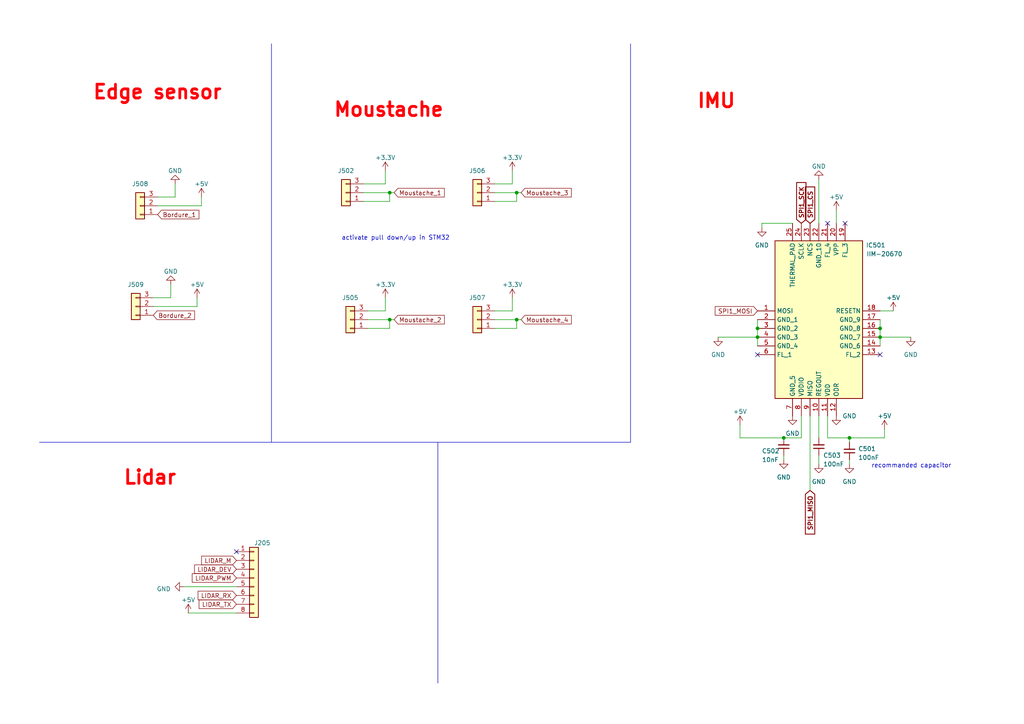
<source format=kicad_sch>
(kicad_sch (version 20230121) (generator eeschema)

  (uuid df230a0d-025f-4e16-9810-5b7b96a6c73a)

  (paper "A4")

  (title_block
    (title "Carte éléctronique Ludzinator")
    (date "2023-09-19")
    (rev "GILLES Baptiste")
  )

  (lib_symbols
    (symbol "Connector_Generic:Conn_01x03" (pin_names (offset 1.016) hide) (in_bom yes) (on_board yes)
      (property "Reference" "J" (at 0 5.08 0)
        (effects (font (size 1.27 1.27)))
      )
      (property "Value" "Conn_01x03" (at 0 -5.08 0)
        (effects (font (size 1.27 1.27)))
      )
      (property "Footprint" "" (at 0 0 0)
        (effects (font (size 1.27 1.27)) hide)
      )
      (property "Datasheet" "~" (at 0 0 0)
        (effects (font (size 1.27 1.27)) hide)
      )
      (property "ki_keywords" "connector" (at 0 0 0)
        (effects (font (size 1.27 1.27)) hide)
      )
      (property "ki_description" "Generic connector, single row, 01x03, script generated (kicad-library-utils/schlib/autogen/connector/)" (at 0 0 0)
        (effects (font (size 1.27 1.27)) hide)
      )
      (property "ki_fp_filters" "Connector*:*_1x??_*" (at 0 0 0)
        (effects (font (size 1.27 1.27)) hide)
      )
      (symbol "Conn_01x03_1_1"
        (rectangle (start -1.27 -2.413) (end 0 -2.667)
          (stroke (width 0.1524) (type default))
          (fill (type none))
        )
        (rectangle (start -1.27 0.127) (end 0 -0.127)
          (stroke (width 0.1524) (type default))
          (fill (type none))
        )
        (rectangle (start -1.27 2.667) (end 0 2.413)
          (stroke (width 0.1524) (type default))
          (fill (type none))
        )
        (rectangle (start -1.27 3.81) (end 1.27 -3.81)
          (stroke (width 0.254) (type default))
          (fill (type background))
        )
        (pin passive line (at -5.08 2.54 0) (length 3.81)
          (name "Pin_1" (effects (font (size 1.27 1.27))))
          (number "1" (effects (font (size 1.27 1.27))))
        )
        (pin passive line (at -5.08 0 0) (length 3.81)
          (name "Pin_2" (effects (font (size 1.27 1.27))))
          (number "2" (effects (font (size 1.27 1.27))))
        )
        (pin passive line (at -5.08 -2.54 0) (length 3.81)
          (name "Pin_3" (effects (font (size 1.27 1.27))))
          (number "3" (effects (font (size 1.27 1.27))))
        )
      )
    )
    (symbol "Connector_Generic:Conn_01x08" (pin_names (offset 1.016) hide) (in_bom yes) (on_board yes)
      (property "Reference" "J" (at 0 10.16 0)
        (effects (font (size 1.27 1.27)))
      )
      (property "Value" "Conn_01x08" (at 0 -12.7 0)
        (effects (font (size 1.27 1.27)))
      )
      (property "Footprint" "" (at 0 0 0)
        (effects (font (size 1.27 1.27)) hide)
      )
      (property "Datasheet" "~" (at 0 0 0)
        (effects (font (size 1.27 1.27)) hide)
      )
      (property "ki_keywords" "connector" (at 0 0 0)
        (effects (font (size 1.27 1.27)) hide)
      )
      (property "ki_description" "Generic connector, single row, 01x08, script generated (kicad-library-utils/schlib/autogen/connector/)" (at 0 0 0)
        (effects (font (size 1.27 1.27)) hide)
      )
      (property "ki_fp_filters" "Connector*:*_1x??_*" (at 0 0 0)
        (effects (font (size 1.27 1.27)) hide)
      )
      (symbol "Conn_01x08_1_1"
        (rectangle (start -1.27 -10.033) (end 0 -10.287)
          (stroke (width 0.1524) (type default))
          (fill (type none))
        )
        (rectangle (start -1.27 -7.493) (end 0 -7.747)
          (stroke (width 0.1524) (type default))
          (fill (type none))
        )
        (rectangle (start -1.27 -4.953) (end 0 -5.207)
          (stroke (width 0.1524) (type default))
          (fill (type none))
        )
        (rectangle (start -1.27 -2.413) (end 0 -2.667)
          (stroke (width 0.1524) (type default))
          (fill (type none))
        )
        (rectangle (start -1.27 0.127) (end 0 -0.127)
          (stroke (width 0.1524) (type default))
          (fill (type none))
        )
        (rectangle (start -1.27 2.667) (end 0 2.413)
          (stroke (width 0.1524) (type default))
          (fill (type none))
        )
        (rectangle (start -1.27 5.207) (end 0 4.953)
          (stroke (width 0.1524) (type default))
          (fill (type none))
        )
        (rectangle (start -1.27 7.747) (end 0 7.493)
          (stroke (width 0.1524) (type default))
          (fill (type none))
        )
        (rectangle (start -1.27 8.89) (end 1.27 -11.43)
          (stroke (width 0.254) (type default))
          (fill (type background))
        )
        (pin passive line (at -5.08 7.62 0) (length 3.81)
          (name "Pin_1" (effects (font (size 1.27 1.27))))
          (number "1" (effects (font (size 1.27 1.27))))
        )
        (pin passive line (at -5.08 5.08 0) (length 3.81)
          (name "Pin_2" (effects (font (size 1.27 1.27))))
          (number "2" (effects (font (size 1.27 1.27))))
        )
        (pin passive line (at -5.08 2.54 0) (length 3.81)
          (name "Pin_3" (effects (font (size 1.27 1.27))))
          (number "3" (effects (font (size 1.27 1.27))))
        )
        (pin passive line (at -5.08 0 0) (length 3.81)
          (name "Pin_4" (effects (font (size 1.27 1.27))))
          (number "4" (effects (font (size 1.27 1.27))))
        )
        (pin passive line (at -5.08 -2.54 0) (length 3.81)
          (name "Pin_5" (effects (font (size 1.27 1.27))))
          (number "5" (effects (font (size 1.27 1.27))))
        )
        (pin passive line (at -5.08 -5.08 0) (length 3.81)
          (name "Pin_6" (effects (font (size 1.27 1.27))))
          (number "6" (effects (font (size 1.27 1.27))))
        )
        (pin passive line (at -5.08 -7.62 0) (length 3.81)
          (name "Pin_7" (effects (font (size 1.27 1.27))))
          (number "7" (effects (font (size 1.27 1.27))))
        )
        (pin passive line (at -5.08 -10.16 0) (length 3.81)
          (name "Pin_8" (effects (font (size 1.27 1.27))))
          (number "8" (effects (font (size 1.27 1.27))))
        )
      )
    )
    (symbol "Device:C_Small" (pin_numbers hide) (pin_names (offset 0.254) hide) (in_bom yes) (on_board yes)
      (property "Reference" "C" (at 0.254 1.778 0)
        (effects (font (size 1.27 1.27)) (justify left))
      )
      (property "Value" "C_Small" (at 0.254 -2.032 0)
        (effects (font (size 1.27 1.27)) (justify left))
      )
      (property "Footprint" "" (at 0 0 0)
        (effects (font (size 1.27 1.27)) hide)
      )
      (property "Datasheet" "~" (at 0 0 0)
        (effects (font (size 1.27 1.27)) hide)
      )
      (property "ki_keywords" "capacitor cap" (at 0 0 0)
        (effects (font (size 1.27 1.27)) hide)
      )
      (property "ki_description" "Unpolarized capacitor, small symbol" (at 0 0 0)
        (effects (font (size 1.27 1.27)) hide)
      )
      (property "ki_fp_filters" "C_*" (at 0 0 0)
        (effects (font (size 1.27 1.27)) hide)
      )
      (symbol "C_Small_0_1"
        (polyline
          (pts
            (xy -1.524 -0.508)
            (xy 1.524 -0.508)
          )
          (stroke (width 0.3302) (type default))
          (fill (type none))
        )
        (polyline
          (pts
            (xy -1.524 0.508)
            (xy 1.524 0.508)
          )
          (stroke (width 0.3048) (type default))
          (fill (type none))
        )
      )
      (symbol "C_Small_1_1"
        (pin passive line (at 0 2.54 270) (length 2.032)
          (name "~" (effects (font (size 1.27 1.27))))
          (number "1" (effects (font (size 1.27 1.27))))
        )
        (pin passive line (at 0 -2.54 90) (length 2.032)
          (name "~" (effects (font (size 1.27 1.27))))
          (number "2" (effects (font (size 1.27 1.27))))
        )
      )
    )
    (symbol "Ludzlib:IIM-20670" (in_bom yes) (on_board yes)
      (property "Reference" "IC" (at 31.75 25.4 0)
        (effects (font (size 1.27 1.27)) (justify left top))
      )
      (property "Value" "IIM-20670" (at 31.75 22.86 0)
        (effects (font (size 1.27 1.27)) (justify left top))
      )
      (property "Footprint" "QFN50P450X450X115-25N" (at 31.75 -77.14 0)
        (effects (font (size 1.27 1.27)) (justify left top) hide)
      )
      (property "Datasheet" "https://invensense.tdk.com/download-pdf/iim-20670-product-brief/" (at 31.75 -177.14 0)
        (effects (font (size 1.27 1.27)) (justify left top) hide)
      )
      (property "Height" "1.15" (at 31.75 -377.14 0)
        (effects (font (size 1.27 1.27)) (justify left top) hide)
      )
      (property "Mouser Part Number" "" (at 31.75 -477.14 0)
        (effects (font (size 1.27 1.27)) (justify left top) hide)
      )
      (property "Mouser Price/Stock" "" (at 31.75 -577.14 0)
        (effects (font (size 1.27 1.27)) (justify left top) hide)
      )
      (property "Manufacturer_Name" "TDK" (at 31.75 -677.14 0)
        (effects (font (size 1.27 1.27)) (justify left top) hide)
      )
      (property "Manufacturer_Part_Number" "IIM-20670" (at 31.75 -777.14 0)
        (effects (font (size 1.27 1.27)) (justify left top) hide)
      )
      (property "ki_description" "IMUs - Inertial Measurement Units 6-axis Industrial IMU, Motion Tracking, SmartIndustrial" (at 0 0 0)
        (effects (font (size 1.27 1.27)) hide)
      )
      (symbol "IIM-20670_1_1"
        (rectangle (start 5.08 20.32) (end 30.48 -25.4)
          (stroke (width 0.254) (type default))
          (fill (type background))
        )
        (pin passive line (at 0 0 0) (length 5.08)
          (name "MOSI" (effects (font (size 1.27 1.27))))
          (number "1" (effects (font (size 1.27 1.27))))
        )
        (pin passive line (at 17.78 -30.48 90) (length 5.08)
          (name "REGOUT" (effects (font (size 1.27 1.27))))
          (number "10" (effects (font (size 1.27 1.27))))
        )
        (pin passive line (at 20.32 -30.48 90) (length 5.08)
          (name "VDD" (effects (font (size 1.27 1.27))))
          (number "11" (effects (font (size 1.27 1.27))))
        )
        (pin passive line (at 22.86 -30.48 90) (length 5.08)
          (name "ODR" (effects (font (size 1.27 1.27))))
          (number "12" (effects (font (size 1.27 1.27))))
        )
        (pin passive line (at 35.56 -12.7 180) (length 5.08)
          (name "FL_2" (effects (font (size 1.27 1.27))))
          (number "13" (effects (font (size 1.27 1.27))))
        )
        (pin passive line (at 35.56 -10.16 180) (length 5.08)
          (name "GND_6" (effects (font (size 1.27 1.27))))
          (number "14" (effects (font (size 1.27 1.27))))
        )
        (pin passive line (at 35.56 -7.62 180) (length 5.08)
          (name "GND_7" (effects (font (size 1.27 1.27))))
          (number "15" (effects (font (size 1.27 1.27))))
        )
        (pin passive line (at 35.56 -5.08 180) (length 5.08)
          (name "GND_8" (effects (font (size 1.27 1.27))))
          (number "16" (effects (font (size 1.27 1.27))))
        )
        (pin passive line (at 35.56 -2.54 180) (length 5.08)
          (name "GND_9" (effects (font (size 1.27 1.27))))
          (number "17" (effects (font (size 1.27 1.27))))
        )
        (pin passive line (at 35.56 0 180) (length 5.08)
          (name "RESETN" (effects (font (size 1.27 1.27))))
          (number "18" (effects (font (size 1.27 1.27))))
        )
        (pin passive line (at 25.4 25.4 270) (length 5.08)
          (name "FL_3" (effects (font (size 1.27 1.27))))
          (number "19" (effects (font (size 1.27 1.27))))
        )
        (pin passive line (at 0 -2.54 0) (length 5.08)
          (name "GND_1" (effects (font (size 1.27 1.27))))
          (number "2" (effects (font (size 1.27 1.27))))
        )
        (pin passive line (at 22.86 25.4 270) (length 5.08)
          (name "VPP" (effects (font (size 1.27 1.27))))
          (number "20" (effects (font (size 1.27 1.27))))
        )
        (pin passive line (at 20.32 25.4 270) (length 5.08)
          (name "FL_4" (effects (font (size 1.27 1.27))))
          (number "21" (effects (font (size 1.27 1.27))))
        )
        (pin passive line (at 17.78 25.4 270) (length 5.08)
          (name "GND_10" (effects (font (size 1.27 1.27))))
          (number "22" (effects (font (size 1.27 1.27))))
        )
        (pin passive line (at 15.24 25.4 270) (length 5.08)
          (name "NCS" (effects (font (size 1.27 1.27))))
          (number "23" (effects (font (size 1.27 1.27))))
        )
        (pin passive line (at 12.7 25.4 270) (length 5.08)
          (name "SCLK" (effects (font (size 1.27 1.27))))
          (number "24" (effects (font (size 1.27 1.27))))
        )
        (pin passive line (at 10.16 25.4 270) (length 5.08)
          (name "THERMAL_PAD" (effects (font (size 1.27 1.27))))
          (number "25" (effects (font (size 1.27 1.27))))
        )
        (pin passive line (at 0 -5.08 0) (length 5.08)
          (name "GND_2" (effects (font (size 1.27 1.27))))
          (number "3" (effects (font (size 1.27 1.27))))
        )
        (pin passive line (at 0 -7.62 0) (length 5.08)
          (name "GND_3" (effects (font (size 1.27 1.27))))
          (number "4" (effects (font (size 1.27 1.27))))
        )
        (pin passive line (at 0 -10.16 0) (length 5.08)
          (name "GND_4" (effects (font (size 1.27 1.27))))
          (number "5" (effects (font (size 1.27 1.27))))
        )
        (pin passive line (at 0 -12.7 0) (length 5.08)
          (name "FL_1" (effects (font (size 1.27 1.27))))
          (number "6" (effects (font (size 1.27 1.27))))
        )
        (pin passive line (at 10.16 -30.48 90) (length 5.08)
          (name "GND_5" (effects (font (size 1.27 1.27))))
          (number "7" (effects (font (size 1.27 1.27))))
        )
        (pin passive line (at 12.7 -30.48 90) (length 5.08)
          (name "VDDIO" (effects (font (size 1.27 1.27))))
          (number "8" (effects (font (size 1.27 1.27))))
        )
        (pin passive line (at 15.24 -30.48 90) (length 5.08)
          (name "MISO" (effects (font (size 1.27 1.27))))
          (number "9" (effects (font (size 1.27 1.27))))
        )
      )
    )
    (symbol "power:+3.3V" (power) (pin_names (offset 0)) (in_bom yes) (on_board yes)
      (property "Reference" "#PWR" (at 0 -3.81 0)
        (effects (font (size 1.27 1.27)) hide)
      )
      (property "Value" "+3.3V" (at 0 3.556 0)
        (effects (font (size 1.27 1.27)))
      )
      (property "Footprint" "" (at 0 0 0)
        (effects (font (size 1.27 1.27)) hide)
      )
      (property "Datasheet" "" (at 0 0 0)
        (effects (font (size 1.27 1.27)) hide)
      )
      (property "ki_keywords" "global power" (at 0 0 0)
        (effects (font (size 1.27 1.27)) hide)
      )
      (property "ki_description" "Power symbol creates a global label with name \"+3.3V\"" (at 0 0 0)
        (effects (font (size 1.27 1.27)) hide)
      )
      (symbol "+3.3V_0_1"
        (polyline
          (pts
            (xy -0.762 1.27)
            (xy 0 2.54)
          )
          (stroke (width 0) (type default))
          (fill (type none))
        )
        (polyline
          (pts
            (xy 0 0)
            (xy 0 2.54)
          )
          (stroke (width 0) (type default))
          (fill (type none))
        )
        (polyline
          (pts
            (xy 0 2.54)
            (xy 0.762 1.27)
          )
          (stroke (width 0) (type default))
          (fill (type none))
        )
      )
      (symbol "+3.3V_1_1"
        (pin power_in line (at 0 0 90) (length 0) hide
          (name "+3.3V" (effects (font (size 1.27 1.27))))
          (number "1" (effects (font (size 1.27 1.27))))
        )
      )
    )
    (symbol "power:+5V" (power) (pin_names (offset 0)) (in_bom yes) (on_board yes)
      (property "Reference" "#PWR" (at 0 -3.81 0)
        (effects (font (size 1.27 1.27)) hide)
      )
      (property "Value" "+5V" (at 0 3.556 0)
        (effects (font (size 1.27 1.27)))
      )
      (property "Footprint" "" (at 0 0 0)
        (effects (font (size 1.27 1.27)) hide)
      )
      (property "Datasheet" "" (at 0 0 0)
        (effects (font (size 1.27 1.27)) hide)
      )
      (property "ki_keywords" "global power" (at 0 0 0)
        (effects (font (size 1.27 1.27)) hide)
      )
      (property "ki_description" "Power symbol creates a global label with name \"+5V\"" (at 0 0 0)
        (effects (font (size 1.27 1.27)) hide)
      )
      (symbol "+5V_0_1"
        (polyline
          (pts
            (xy -0.762 1.27)
            (xy 0 2.54)
          )
          (stroke (width 0) (type default))
          (fill (type none))
        )
        (polyline
          (pts
            (xy 0 0)
            (xy 0 2.54)
          )
          (stroke (width 0) (type default))
          (fill (type none))
        )
        (polyline
          (pts
            (xy 0 2.54)
            (xy 0.762 1.27)
          )
          (stroke (width 0) (type default))
          (fill (type none))
        )
      )
      (symbol "+5V_1_1"
        (pin power_in line (at 0 0 90) (length 0) hide
          (name "+5V" (effects (font (size 1.27 1.27))))
          (number "1" (effects (font (size 1.27 1.27))))
        )
      )
    )
    (symbol "power:GND" (power) (pin_names (offset 0)) (in_bom yes) (on_board yes)
      (property "Reference" "#PWR" (at 0 -6.35 0)
        (effects (font (size 1.27 1.27)) hide)
      )
      (property "Value" "GND" (at 0 -3.81 0)
        (effects (font (size 1.27 1.27)))
      )
      (property "Footprint" "" (at 0 0 0)
        (effects (font (size 1.27 1.27)) hide)
      )
      (property "Datasheet" "" (at 0 0 0)
        (effects (font (size 1.27 1.27)) hide)
      )
      (property "ki_keywords" "global power" (at 0 0 0)
        (effects (font (size 1.27 1.27)) hide)
      )
      (property "ki_description" "Power symbol creates a global label with name \"GND\" , ground" (at 0 0 0)
        (effects (font (size 1.27 1.27)) hide)
      )
      (symbol "GND_0_1"
        (polyline
          (pts
            (xy 0 0)
            (xy 0 -1.27)
            (xy 1.27 -1.27)
            (xy 0 -2.54)
            (xy -1.27 -1.27)
            (xy 0 -1.27)
          )
          (stroke (width 0) (type default))
          (fill (type none))
        )
      )
      (symbol "GND_1_1"
        (pin power_in line (at 0 0 270) (length 0) hide
          (name "GND" (effects (font (size 1.27 1.27))))
          (number "1" (effects (font (size 1.27 1.27))))
        )
      )
    )
  )

  (junction (at 255.27 97.79) (diameter 0) (color 0 0 0 0)
    (uuid 0b9db05d-dbf2-45a7-b2fa-482b1293379e)
  )
  (junction (at 149.86 55.88) (diameter 0) (color 0 0 0 0)
    (uuid 12678e06-22e8-41d8-bc1f-536bf7e741af)
  )
  (junction (at 246.38 127) (diameter 0) (color 0 0 0 0)
    (uuid 42654cbe-4815-4b12-a874-ab5a82d51ef5)
  )
  (junction (at 113.03 92.71) (diameter 0) (color 0 0 0 0)
    (uuid 4c983bba-9362-4779-a4e0-eefaec6a1106)
  )
  (junction (at 219.71 95.25) (diameter 0) (color 0 0 0 0)
    (uuid 69450811-db38-4571-935c-d15b5fa55b06)
  )
  (junction (at 149.86 92.71) (diameter 0) (color 0 0 0 0)
    (uuid 70b43d4e-039a-4236-bc1c-516653a43bf7)
  )
  (junction (at 227.33 127) (diameter 0) (color 0 0 0 0)
    (uuid 8fa39e20-3846-4711-b7af-c4eab74d5d04)
  )
  (junction (at 113.03 55.88) (diameter 0) (color 0 0 0 0)
    (uuid a0716766-8d0a-4883-bb16-eb5bc86b9742)
  )
  (junction (at 255.27 95.25) (diameter 0) (color 0 0 0 0)
    (uuid ddd0d31c-3802-4806-9b58-22b11206d0bb)
  )
  (junction (at 219.71 97.79) (diameter 0) (color 0 0 0 0)
    (uuid e12734a1-0668-41a8-8f7f-52c04ac11bf0)
  )

  (no_connect (at 255.27 102.87) (uuid 7dc623cc-03f2-4fd2-9d5b-e84f667234ba))
  (no_connect (at 219.71 102.87) (uuid 901de6d7-f392-4372-9945-3eba8a510821))
  (no_connect (at 68.58 160.02) (uuid caa2d10b-342e-4e4f-9995-1a5f4fc0569b))
  (no_connect (at 245.11 64.77) (uuid de0b2da9-6f84-4cf1-b2c8-4041906ec99e))
  (no_connect (at 240.03 64.77) (uuid e3ec68fc-1b7b-4352-9178-b51498fa3583))

  (wire (pts (xy 106.68 90.17) (xy 111.76 90.17))
    (stroke (width 0) (type default))
    (uuid 048a60a3-7740-44a1-86fa-72db8c177a6e)
  )
  (wire (pts (xy 246.38 127) (xy 256.54 127))
    (stroke (width 0) (type default))
    (uuid 0c0b7ebd-fd41-4360-8d5b-1f15c9af3662)
  )
  (wire (pts (xy 229.87 64.77) (xy 220.98 64.77))
    (stroke (width 0) (type default))
    (uuid 1093f0ae-3a7d-4f58-a567-704d0e7bb90d)
  )
  (wire (pts (xy 143.51 53.34) (xy 148.59 53.34))
    (stroke (width 0) (type default))
    (uuid 15a267f8-3412-4f38-988d-12b4a0192ce6)
  )
  (wire (pts (xy 113.03 55.88) (xy 114.3 55.88))
    (stroke (width 0) (type default))
    (uuid 175f41ef-4ca8-4cb5-a637-740012a04abc)
  )
  (wire (pts (xy 149.86 95.25) (xy 149.86 92.71))
    (stroke (width 0) (type default))
    (uuid 1e690c94-e54c-4240-977a-638e93fa51df)
  )
  (wire (pts (xy 240.03 127) (xy 240.03 120.65))
    (stroke (width 0) (type default))
    (uuid 1f4440b9-4da4-4cda-b530-5852ec46e0da)
  )
  (wire (pts (xy 111.76 49.53) (xy 111.76 53.34))
    (stroke (width 0) (type default))
    (uuid 20a85093-2ade-49e4-a13a-80808e220104)
  )
  (wire (pts (xy 111.76 86.36) (xy 111.76 90.17))
    (stroke (width 0) (type default))
    (uuid 20bdc74b-9486-45d2-b1de-fce16c56135a)
  )
  (wire (pts (xy 45.72 59.69) (xy 58.42 59.69))
    (stroke (width 0) (type default))
    (uuid 22c007d5-d7a4-4a35-b126-71fc97f23f75)
  )
  (wire (pts (xy 44.45 88.9) (xy 57.15 88.9))
    (stroke (width 0) (type default))
    (uuid 2377f5c6-c283-4caa-ba36-a9b812bdac4b)
  )
  (wire (pts (xy 45.72 57.15) (xy 50.8 57.15))
    (stroke (width 0) (type default))
    (uuid 26d6db53-81f7-428b-abb2-336b4f863f7a)
  )
  (wire (pts (xy 149.86 55.88) (xy 151.13 55.88))
    (stroke (width 0) (type default))
    (uuid 2d98fa35-d4ed-4522-be31-de3d1a53ec2c)
  )
  (wire (pts (xy 143.51 92.71) (xy 149.86 92.71))
    (stroke (width 0) (type default))
    (uuid 2e3b5641-5b87-4f20-99f9-a6651ddea4fd)
  )
  (wire (pts (xy 149.86 92.71) (xy 151.13 92.71))
    (stroke (width 0) (type default))
    (uuid 2faf26e3-9ce9-4beb-9118-279a3e1fba15)
  )
  (wire (pts (xy 214.63 127) (xy 227.33 127))
    (stroke (width 0) (type default))
    (uuid 31854db2-08ac-403d-8492-c81b8d02df85)
  )
  (wire (pts (xy 227.33 133.35) (xy 227.33 132.08))
    (stroke (width 0) (type default))
    (uuid 33d77059-3c2e-4b09-9332-10196be6806b)
  )
  (wire (pts (xy 255.27 92.71) (xy 255.27 95.25))
    (stroke (width 0) (type default))
    (uuid 352b752e-dabf-4439-a8cb-1586f8967eb9)
  )
  (wire (pts (xy 58.42 57.15) (xy 58.42 59.69))
    (stroke (width 0) (type default))
    (uuid 37a80f1b-54d7-466c-b879-2f1a3d6fdc6e)
  )
  (wire (pts (xy 105.41 55.88) (xy 113.03 55.88))
    (stroke (width 0) (type default))
    (uuid 3a4abf37-2901-4fac-aee4-25b9d480ea25)
  )
  (wire (pts (xy 143.51 55.88) (xy 149.86 55.88))
    (stroke (width 0) (type default))
    (uuid 3c53dec7-47ef-4eb9-a48c-4ecc2a1a5e2a)
  )
  (wire (pts (xy 53.34 170.18) (xy 68.58 170.18))
    (stroke (width 0) (type default))
    (uuid 3f06d36c-596c-4418-89a4-004f60fdec82)
  )
  (wire (pts (xy 143.51 58.42) (xy 149.86 58.42))
    (stroke (width 0) (type default))
    (uuid 421f1921-5d9d-47e4-bc52-fd2c89abca0c)
  )
  (wire (pts (xy 106.68 95.25) (xy 113.03 95.25))
    (stroke (width 0) (type default))
    (uuid 459887b0-e769-4206-ae9f-685b6edbde70)
  )
  (wire (pts (xy 219.71 92.71) (xy 219.71 95.25))
    (stroke (width 0) (type default))
    (uuid 48714bec-ce3a-4d7a-b5bc-2cc7f8cee2f3)
  )
  (wire (pts (xy 50.8 53.34) (xy 50.8 57.15))
    (stroke (width 0) (type default))
    (uuid 4b087d87-44f9-4993-9452-fc9d97e79f5c)
  )
  (wire (pts (xy 237.49 120.65) (xy 237.49 127))
    (stroke (width 0) (type default))
    (uuid 546d3c9e-966b-454c-a338-2ca0daef5e6e)
  )
  (wire (pts (xy 234.95 120.65) (xy 234.95 142.24))
    (stroke (width 0) (type default))
    (uuid 55518228-572f-4077-a02e-59ae00ce17e1)
  )
  (wire (pts (xy 246.38 127) (xy 240.03 127))
    (stroke (width 0) (type default))
    (uuid 572f7f4b-4223-47a0-931c-10064cb8fd4e)
  )
  (polyline (pts (xy 127 128.27) (xy 127 198.12))
    (stroke (width 0) (type default))
    (uuid 5b27ef30-a998-4228-8a55-bd55691f8a09)
  )

  (wire (pts (xy 255.27 97.79) (xy 264.16 97.79))
    (stroke (width 0) (type default))
    (uuid 5dadf0c8-e6e6-441e-ad30-0a83aba4b386)
  )
  (wire (pts (xy 105.41 58.42) (xy 113.03 58.42))
    (stroke (width 0) (type default))
    (uuid 64f868bb-99c4-46eb-a4b5-3b7026154b17)
  )
  (wire (pts (xy 54.61 177.8) (xy 68.58 177.8))
    (stroke (width 0) (type default))
    (uuid 672ab0e3-135a-42ad-b168-d15cbd5e56dd)
  )
  (wire (pts (xy 106.68 92.71) (xy 113.03 92.71))
    (stroke (width 0) (type default))
    (uuid 6f91eb9e-8a4f-44c6-824f-442e526b8ac7)
  )
  (wire (pts (xy 220.98 64.77) (xy 220.98 66.04))
    (stroke (width 0) (type default))
    (uuid 772aeade-5aa4-4dc3-a119-67b0f75becfa)
  )
  (wire (pts (xy 227.33 127) (xy 232.41 127))
    (stroke (width 0) (type default))
    (uuid 7e02da38-d114-4836-b7dc-ff1e1185b33e)
  )
  (polyline (pts (xy 182.88 128.27) (xy 127 128.27))
    (stroke (width 0) (type default))
    (uuid 82440888-b7a2-46ea-a3fd-803e8759333a)
  )

  (wire (pts (xy 113.03 92.71) (xy 114.3 92.71))
    (stroke (width 0) (type default))
    (uuid 878c3f07-a77e-4921-9221-a88134e8275b)
  )
  (wire (pts (xy 143.51 95.25) (xy 149.86 95.25))
    (stroke (width 0) (type default))
    (uuid 88e3295c-6d36-497e-980c-00ee0ee09a10)
  )
  (wire (pts (xy 255.27 95.25) (xy 255.27 97.79))
    (stroke (width 0) (type default))
    (uuid 8ae3f3dc-7992-4677-bc83-b9ca29bc4ea2)
  )
  (wire (pts (xy 148.59 49.53) (xy 148.59 53.34))
    (stroke (width 0) (type default))
    (uuid 8b611493-dc4a-42c1-accb-6db41b36d457)
  )
  (wire (pts (xy 148.59 86.36) (xy 148.59 90.17))
    (stroke (width 0) (type default))
    (uuid 967544f1-29f5-4d65-9110-087b60f87578)
  )
  (wire (pts (xy 255.27 90.17) (xy 259.08 90.17))
    (stroke (width 0) (type default))
    (uuid 96ca09a2-79e3-4ce7-83de-81ec0a4496ae)
  )
  (polyline (pts (xy 78.74 12.7) (xy 78.74 128.27))
    (stroke (width 0) (type default))
    (uuid 98d26121-1bae-4102-813e-0897deb20856)
  )

  (wire (pts (xy 44.45 86.36) (xy 49.53 86.36))
    (stroke (width 0) (type default))
    (uuid 99a714ca-72a8-4b98-baef-2197ef2a7dc3)
  )
  (polyline (pts (xy 182.88 12.7) (xy 182.88 128.27))
    (stroke (width 0) (type default))
    (uuid 9c7ee56a-28c5-418f-8e5b-52ab2e892da5)
  )

  (wire (pts (xy 214.63 123.19) (xy 214.63 127))
    (stroke (width 0) (type default))
    (uuid 9cd865c7-c809-466d-93fc-cc0908ac89df)
  )
  (wire (pts (xy 57.15 86.36) (xy 57.15 88.9))
    (stroke (width 0) (type default))
    (uuid 9f7e3365-3f26-4163-86bf-902d6285ff94)
  )
  (wire (pts (xy 237.49 134.62) (xy 237.49 132.08))
    (stroke (width 0) (type default))
    (uuid a0f6c36a-d57a-4c70-b37f-883dfa00a799)
  )
  (wire (pts (xy 246.38 127) (xy 246.38 128.27))
    (stroke (width 0) (type default))
    (uuid a44bf930-c19a-4707-a6e7-0f5557ed4b87)
  )
  (wire (pts (xy 105.41 53.34) (xy 111.76 53.34))
    (stroke (width 0) (type default))
    (uuid a60f7c4c-9673-4ea6-8ef2-dc554121db23)
  )
  (wire (pts (xy 246.38 134.62) (xy 246.38 133.35))
    (stroke (width 0) (type default))
    (uuid a7e61239-ba02-460a-ac76-c5389b4ee663)
  )
  (wire (pts (xy 232.41 127) (xy 232.41 120.65))
    (stroke (width 0) (type default))
    (uuid ad30c2a9-f481-42e6-906d-6a2c18016bf5)
  )
  (wire (pts (xy 113.03 95.25) (xy 113.03 92.71))
    (stroke (width 0) (type default))
    (uuid b46b0a5b-e6dd-4285-8ba6-9e10b3adb55c)
  )
  (wire (pts (xy 208.28 97.79) (xy 219.71 97.79))
    (stroke (width 0) (type default))
    (uuid c673f0e8-dee4-407e-b3f2-69ccaab607cc)
  )
  (wire (pts (xy 256.54 124.46) (xy 256.54 127))
    (stroke (width 0) (type default))
    (uuid c686726e-9155-4915-9d47-c92f22623b0e)
  )
  (wire (pts (xy 255.27 97.79) (xy 255.27 100.33))
    (stroke (width 0) (type default))
    (uuid d704e4eb-f3a0-4ec4-a7c2-aa594f95b445)
  )
  (wire (pts (xy 49.53 82.55) (xy 49.53 86.36))
    (stroke (width 0) (type default))
    (uuid d7346d94-28e3-4e67-953e-d6dbf523fa75)
  )
  (wire (pts (xy 143.51 90.17) (xy 148.59 90.17))
    (stroke (width 0) (type default))
    (uuid da134fbd-ac8f-404c-8ee2-4eff61d1dfe2)
  )
  (polyline (pts (xy 11.43 128.27) (xy 127 128.27))
    (stroke (width 0) (type default))
    (uuid ea8634e1-3ce5-4456-8b6c-c2851aa00bf1)
  )

  (wire (pts (xy 219.71 95.25) (xy 219.71 97.79))
    (stroke (width 0) (type default))
    (uuid eaf1d4c2-fec2-4ad7-8e98-e795ad8c165c)
  )
  (wire (pts (xy 149.86 58.42) (xy 149.86 55.88))
    (stroke (width 0) (type default))
    (uuid f1b9e0d3-5b8a-4d30-b7a5-0e059cd99e9b)
  )
  (wire (pts (xy 242.57 60.96) (xy 242.57 64.77))
    (stroke (width 0) (type default))
    (uuid f56fadb8-aad5-4169-bb07-f6b702293603)
  )
  (wire (pts (xy 237.49 52.07) (xy 237.49 64.77))
    (stroke (width 0) (type default))
    (uuid f779158f-c08e-4bee-bd6c-e8c775da1c0a)
  )
  (wire (pts (xy 113.03 58.42) (xy 113.03 55.88))
    (stroke (width 0) (type default))
    (uuid f7856d32-87df-4cc6-8031-f728c2d114be)
  )
  (wire (pts (xy 219.71 97.79) (xy 219.71 100.33))
    (stroke (width 0) (type default))
    (uuid f88b5910-b088-498b-8b91-7efcc24fd07f)
  )

  (text "Edge sensor\n" (at 26.67 29.21 0)
    (effects (font (size 4 4) (thickness 0.8) bold (color 255 0 6 1)) (justify left bottom))
    (uuid 4fdeefd8-eaae-4b07-9f51-0be5db5d80a5)
  )
  (text "activate pull down/up in STM32\n" (at 99.06 69.85 0)
    (effects (font (size 1.27 1.27)) (justify left bottom))
    (uuid ab635b36-fbe1-4edc-9beb-f6a774de4559)
  )
  (text "Lidar" (at 35.56 140.97 0)
    (effects (font (size 4 4) (thickness 0.8) bold (color 255 0 6 1)) (justify left bottom))
    (uuid b12e018f-4d50-4c01-a2d7-35f1f63fc3ae)
  )
  (text "Moustache\n" (at 96.52 34.29 0)
    (effects (font (size 4 4) (thickness 0.8) bold (color 255 0 6 1)) (justify left bottom))
    (uuid c7a065dc-2381-4990-b148-5814a6ff958e)
  )
  (text "IMU" (at 201.93 31.75 0)
    (effects (font (size 4 4) bold (color 255 2 0 1)) (justify left bottom))
    (uuid cda55572-797a-4ed5-9dab-20ce4911f320)
  )
  (text "recommanded capacitor\n" (at 252.73 135.89 0)
    (effects (font (size 1.27 1.27)) (justify left bottom))
    (uuid d090fb20-cd8c-485f-bd41-2b226423f3e8)
  )

  (global_label "Moustache_3" (shape input) (at 151.13 55.88 0) (fields_autoplaced)
    (effects (font (size 1.27 1.27)) (justify left))
    (uuid 0547280b-ac54-4b6f-b36a-f5c2e4095650)
    (property "Intersheetrefs" "${INTERSHEET_REFS}" (at 166.1913 55.88 0)
      (effects (font (size 1.27 1.27)) (justify left) hide)
    )
  )
  (global_label "LIDAR_PWM" (shape input) (at 68.58 167.64 180) (fields_autoplaced)
    (effects (font (size 1.27 1.27)) (justify right))
    (uuid 3cfef49c-eb25-457c-bcc3-3bd90731d158)
    (property "Intersheetrefs" "${INTERSHEET_REFS}" (at 55.2723 167.64 0)
      (effects (font (size 1.27 1.27)) (justify right) hide)
    )
  )
  (global_label "LIDAR_M" (shape input) (at 68.58 162.56 180) (fields_autoplaced)
    (effects (font (size 1.27 1.27)) (justify right))
    (uuid 78265f3e-4bcb-473d-bc2b-96ed947a4326)
    (property "Intersheetrefs" "${INTERSHEET_REFS}" (at 57.9937 162.56 0)
      (effects (font (size 1.27 1.27)) (justify right) hide)
    )
  )
  (global_label "SPI1_MOSI" (shape input) (at 219.71 90.17 180) (fields_autoplaced)
    (effects (font (size 1.27 1.27)) (justify right))
    (uuid a24f04bd-e859-4b81-bcda-05f85c1e56e5)
    (property "Intersheetrefs" "${INTERSHEET_REFS}" (at 206.9466 90.17 0)
      (effects (font (size 1.27 1.27)) (justify right) hide)
    )
  )
  (global_label "SPI1_CS" (shape input) (at 234.95 64.77 90) (fields_autoplaced)
    (effects (font (size 1.27 1.27) bold) (justify left))
    (uuid a582f828-0970-442f-8735-cfbe2680d138)
    (property "Intersheetrefs" "${INTERSHEET_REFS}" (at 234.95 53.6949 90)
      (effects (font (size 1.27 1.27)) (justify left) hide)
    )
  )
  (global_label "Bordure_2" (shape input) (at 44.45 91.44 0) (fields_autoplaced)
    (effects (font (size 1.27 1.27)) (justify left))
    (uuid a9b3965c-ec9b-46c7-a78b-821e5c95d6f2)
    (property "Intersheetrefs" "${INTERSHEET_REFS}" (at 56.9109 91.44 0)
      (effects (font (size 1.27 1.27)) (justify left) hide)
    )
  )
  (global_label "SPI1_SCK" (shape input) (at 232.41 64.77 90) (fields_autoplaced)
    (effects (font (size 1.27 1.27) (thickness 0.254) bold) (justify left))
    (uuid c1efa05a-af0e-457e-97ae-b3a2b6b48c4b)
    (property "Intersheetrefs" "${INTERSHEET_REFS}" (at 232.41 52.4249 90)
      (effects (font (size 1.27 1.27)) (justify left) hide)
    )
  )
  (global_label "Moustache_2" (shape input) (at 114.3 92.71 0) (fields_autoplaced)
    (effects (font (size 1.27 1.27)) (justify left))
    (uuid d190abd5-f1a1-4d69-acbe-a8479d0d19ac)
    (property "Intersheetrefs" "${INTERSHEET_REFS}" (at 129.3613 92.71 0)
      (effects (font (size 1.27 1.27)) (justify left) hide)
    )
  )
  (global_label "SPI1_MISO" (shape input) (at 234.95 142.24 270) (fields_autoplaced)
    (effects (font (size 1.27 1.27) bold) (justify right))
    (uuid d41ff109-f896-4856-90cb-df1bfe1a75de)
    (property "Intersheetrefs" "${INTERSHEET_REFS}" (at 234.95 155.4318 90)
      (effects (font (size 1.27 1.27)) (justify right) hide)
    )
  )
  (global_label "Moustache_1" (shape input) (at 114.3 55.88 0) (fields_autoplaced)
    (effects (font (size 1.27 1.27)) (justify left))
    (uuid de471f86-fe29-45a2-9242-9a85f5ecf982)
    (property "Intersheetrefs" "${INTERSHEET_REFS}" (at 129.3613 55.88 0)
      (effects (font (size 1.27 1.27)) (justify left) hide)
    )
  )
  (global_label "LIDAR_RX" (shape input) (at 68.58 172.72 180) (fields_autoplaced)
    (effects (font (size 1.27 1.27)) (justify right))
    (uuid e203c37b-e395-4917-928e-42f7a5035b65)
    (property "Intersheetrefs" "${INTERSHEET_REFS}" (at 56.9656 172.72 0)
      (effects (font (size 1.27 1.27)) (justify right) hide)
    )
  )
  (global_label "Bordure_1" (shape input) (at 45.72 62.23 0) (fields_autoplaced)
    (effects (font (size 1.27 1.27)) (justify left))
    (uuid edc2182d-2762-46b5-a03e-a2bc14682289)
    (property "Intersheetrefs" "${INTERSHEET_REFS}" (at 58.1809 62.23 0)
      (effects (font (size 1.27 1.27)) (justify left) hide)
    )
  )
  (global_label "Moustache_4" (shape input) (at 151.13 92.71 0) (fields_autoplaced)
    (effects (font (size 1.27 1.27)) (justify left))
    (uuid f58a17f1-9e59-4a4b-867f-4a2051c9e7f1)
    (property "Intersheetrefs" "${INTERSHEET_REFS}" (at 166.1913 92.71 0)
      (effects (font (size 1.27 1.27)) (justify left) hide)
    )
  )
  (global_label "LIDAR_TX" (shape input) (at 68.58 175.26 180) (fields_autoplaced)
    (effects (font (size 1.27 1.27)) (justify right))
    (uuid f6126247-8869-41ac-bcf1-7a9d7c199d48)
    (property "Intersheetrefs" "${INTERSHEET_REFS}" (at 57.268 175.26 0)
      (effects (font (size 1.27 1.27)) (justify right) hide)
    )
  )
  (global_label "LIDAR_DEV" (shape input) (at 68.58 165.1 180) (fields_autoplaced)
    (effects (font (size 1.27 1.27)) (justify right))
    (uuid fb2a36b8-0a0b-4435-a99f-984003ef5b6d)
    (property "Intersheetrefs" "${INTERSHEET_REFS}" (at 55.9375 165.1 0)
      (effects (font (size 1.27 1.27)) (justify right) hide)
    )
  )

  (symbol (lib_id "power:GND") (at 53.34 170.18 270) (unit 1)
    (in_bom yes) (on_board yes) (dnp no) (fields_autoplaced)
    (uuid 032f4f4d-c926-4c7f-b4b3-fd443bb47c92)
    (property "Reference" "#PWR0228" (at 46.99 170.18 0)
      (effects (font (size 1.27 1.27)) hide)
    )
    (property "Value" "GND" (at 49.53 170.815 90)
      (effects (font (size 1.27 1.27)) (justify right))
    )
    (property "Footprint" "" (at 53.34 170.18 0)
      (effects (font (size 1.27 1.27)) hide)
    )
    (property "Datasheet" "" (at 53.34 170.18 0)
      (effects (font (size 1.27 1.27)) hide)
    )
    (pin "1" (uuid e2b25219-4d26-45a9-9755-f21b7466b66a))
    (instances
      (project "Kyttiludzinator"
        (path "/ae6948d5-1dc0-45d1-b607-44e44d4b2b44/71528f02-33a0-49c9-abcb-9007a031c95a"
          (reference "#PWR0228") (unit 1)
        )
        (path "/ae6948d5-1dc0-45d1-b607-44e44d4b2b44/f36161ad-3a1f-4728-bb96-7d7ecbaa85c4"
          (reference "#PWR0501") (unit 1)
        )
      )
    )
  )

  (symbol (lib_id "Connector_Generic:Conn_01x03") (at 138.43 92.71 180) (unit 1)
    (in_bom yes) (on_board yes) (dnp no)
    (uuid 0e59dd10-e125-43dc-9478-6d9ab119c921)
    (property "Reference" "J507" (at 138.43 86.36 0)
      (effects (font (size 1.27 1.27)))
    )
    (property "Value" "Conn_01x03" (at 138.43 87.63 0)
      (effects (font (size 1.27 1.27)) hide)
    )
    (property "Footprint" "Connector_PinHeader_2.54mm:PinHeader_1x03_P2.54mm_Vertical" (at 138.43 92.71 0)
      (effects (font (size 1.27 1.27)) hide)
    )
    (property "Datasheet" "~" (at 138.43 92.71 0)
      (effects (font (size 1.27 1.27)) hide)
    )
    (pin "1" (uuid 1c999eb1-5554-46d9-9377-ddd70498ce4e))
    (pin "2" (uuid cf725222-7a65-4e9a-8b65-0bbca46b2455))
    (pin "3" (uuid fda9751b-d04b-4d2e-b958-1abad071dcb4))
    (instances
      (project "Kyttiludzinator"
        (path "/ae6948d5-1dc0-45d1-b607-44e44d4b2b44/f36161ad-3a1f-4728-bb96-7d7ecbaa85c4"
          (reference "J507") (unit 1)
        )
      )
    )
  )

  (symbol (lib_id "power:+5V") (at 214.63 123.19 0) (unit 1)
    (in_bom yes) (on_board yes) (dnp no) (fields_autoplaced)
    (uuid 131281eb-bc9d-4569-971d-6618836926fb)
    (property "Reference" "#PWR0516" (at 214.63 127 0)
      (effects (font (size 1.27 1.27)) hide)
    )
    (property "Value" "+5V" (at 214.63 119.38 0)
      (effects (font (size 1.27 1.27)))
    )
    (property "Footprint" "" (at 214.63 123.19 0)
      (effects (font (size 1.27 1.27)) hide)
    )
    (property "Datasheet" "" (at 214.63 123.19 0)
      (effects (font (size 1.27 1.27)) hide)
    )
    (pin "1" (uuid 334941a4-c3c4-4cf2-ade9-615fccbdb61a))
    (instances
      (project "Kyttiludzinator"
        (path "/ae6948d5-1dc0-45d1-b607-44e44d4b2b44/f36161ad-3a1f-4728-bb96-7d7ecbaa85c4"
          (reference "#PWR0516") (unit 1)
        )
      )
    )
  )

  (symbol (lib_id "power:+5V") (at 54.61 177.8 0) (unit 1)
    (in_bom yes) (on_board yes) (dnp no)
    (uuid 1cdb475c-5386-4a9a-b189-39c20eb05eb6)
    (property "Reference" "#PWR0229" (at 54.61 181.61 0)
      (effects (font (size 1.27 1.27)) hide)
    )
    (property "Value" "+5V" (at 54.61 173.99 0)
      (effects (font (size 1.27 1.27)))
    )
    (property "Footprint" "" (at 54.61 177.8 0)
      (effects (font (size 1.27 1.27)) hide)
    )
    (property "Datasheet" "" (at 54.61 177.8 0)
      (effects (font (size 1.27 1.27)) hide)
    )
    (pin "1" (uuid 190335c6-f640-4535-83eb-8d486bc00167))
    (instances
      (project "Kyttiludzinator"
        (path "/ae6948d5-1dc0-45d1-b607-44e44d4b2b44/71528f02-33a0-49c9-abcb-9007a031c95a"
          (reference "#PWR0229") (unit 1)
        )
        (path "/ae6948d5-1dc0-45d1-b607-44e44d4b2b44/f36161ad-3a1f-4728-bb96-7d7ecbaa85c4"
          (reference "#PWR0502") (unit 1)
        )
      )
    )
  )

  (symbol (lib_id "power:+5V") (at 256.54 124.46 0) (unit 1)
    (in_bom yes) (on_board yes) (dnp no) (fields_autoplaced)
    (uuid 1ef43ac1-3f38-470c-9877-b412814d4306)
    (property "Reference" "#PWR0517" (at 256.54 128.27 0)
      (effects (font (size 1.27 1.27)) hide)
    )
    (property "Value" "+5V" (at 256.54 120.65 0)
      (effects (font (size 1.27 1.27)))
    )
    (property "Footprint" "" (at 256.54 124.46 0)
      (effects (font (size 1.27 1.27)) hide)
    )
    (property "Datasheet" "" (at 256.54 124.46 0)
      (effects (font (size 1.27 1.27)) hide)
    )
    (pin "1" (uuid 896f3d14-0716-4961-9f5a-a7f102249588))
    (instances
      (project "Kyttiludzinator"
        (path "/ae6948d5-1dc0-45d1-b607-44e44d4b2b44/f36161ad-3a1f-4728-bb96-7d7ecbaa85c4"
          (reference "#PWR0517") (unit 1)
        )
      )
    )
  )

  (symbol (lib_id "power:GND") (at 227.33 133.35 0) (unit 1)
    (in_bom yes) (on_board yes) (dnp no) (fields_autoplaced)
    (uuid 2756ac42-5a57-46e1-aa9d-3dbf69a162e0)
    (property "Reference" "#PWR0512" (at 227.33 139.7 0)
      (effects (font (size 1.27 1.27)) hide)
    )
    (property "Value" "GND" (at 227.33 138.43 0)
      (effects (font (size 1.27 1.27)))
    )
    (property "Footprint" "" (at 227.33 133.35 0)
      (effects (font (size 1.27 1.27)) hide)
    )
    (property "Datasheet" "" (at 227.33 133.35 0)
      (effects (font (size 1.27 1.27)) hide)
    )
    (pin "1" (uuid b88b92ea-bb28-410d-8c8b-225f6b9e39fc))
    (instances
      (project "Kyttiludzinator"
        (path "/ae6948d5-1dc0-45d1-b607-44e44d4b2b44/f36161ad-3a1f-4728-bb96-7d7ecbaa85c4"
          (reference "#PWR0512") (unit 1)
        )
      )
    )
  )

  (symbol (lib_id "Device:C_Small") (at 246.38 130.81 180) (unit 1)
    (in_bom yes) (on_board yes) (dnp no) (fields_autoplaced)
    (uuid 27ae4194-4b74-4b4d-af09-392acacd7e57)
    (property "Reference" "C501" (at 248.92 130.1686 0)
      (effects (font (size 1.27 1.27)) (justify right))
    )
    (property "Value" "100nF" (at 248.92 132.7086 0)
      (effects (font (size 1.27 1.27)) (justify right))
    )
    (property "Footprint" "Capacitor_SMD:C_0603_1608Metric_Pad1.08x0.95mm_HandSolder" (at 246.38 130.81 0)
      (effects (font (size 1.27 1.27)) hide)
    )
    (property "Datasheet" "~" (at 246.38 130.81 0)
      (effects (font (size 1.27 1.27)) hide)
    )
    (pin "1" (uuid 3a5e4701-f8c2-40c1-9d87-793e2596334c))
    (pin "2" (uuid 751ace14-96ba-4432-a37d-27176d1190d5))
    (instances
      (project "Kyttiludzinator"
        (path "/ae6948d5-1dc0-45d1-b607-44e44d4b2b44/f36161ad-3a1f-4728-bb96-7d7ecbaa85c4"
          (reference "C501") (unit 1)
        )
      )
    )
  )

  (symbol (lib_id "power:+5V") (at 259.08 90.17 0) (unit 1)
    (in_bom yes) (on_board yes) (dnp no) (fields_autoplaced)
    (uuid 2904c8ca-a1d2-461e-a577-d549db70ee65)
    (property "Reference" "#PWR0523" (at 259.08 93.98 0)
      (effects (font (size 1.27 1.27)) hide)
    )
    (property "Value" "+5V" (at 259.08 86.36 0)
      (effects (font (size 1.27 1.27)))
    )
    (property "Footprint" "" (at 259.08 90.17 0)
      (effects (font (size 1.27 1.27)) hide)
    )
    (property "Datasheet" "" (at 259.08 90.17 0)
      (effects (font (size 1.27 1.27)) hide)
    )
    (pin "1" (uuid 0645005c-309b-4c82-befa-a2913d1c0c6d))
    (instances
      (project "Kyttiludzinator"
        (path "/ae6948d5-1dc0-45d1-b607-44e44d4b2b44/f36161ad-3a1f-4728-bb96-7d7ecbaa85c4"
          (reference "#PWR0523") (unit 1)
        )
      )
    )
  )

  (symbol (lib_id "power:GND") (at 246.38 134.62 0) (unit 1)
    (in_bom yes) (on_board yes) (dnp no) (fields_autoplaced)
    (uuid 346e388d-ce2d-40b7-96e3-ac0cd282cf06)
    (property "Reference" "#PWR0511" (at 246.38 140.97 0)
      (effects (font (size 1.27 1.27)) hide)
    )
    (property "Value" "GND" (at 246.38 139.7 0)
      (effects (font (size 1.27 1.27)))
    )
    (property "Footprint" "" (at 246.38 134.62 0)
      (effects (font (size 1.27 1.27)) hide)
    )
    (property "Datasheet" "" (at 246.38 134.62 0)
      (effects (font (size 1.27 1.27)) hide)
    )
    (pin "1" (uuid 563600c5-8ca7-486b-9e8b-ed3692a552f3))
    (instances
      (project "Kyttiludzinator"
        (path "/ae6948d5-1dc0-45d1-b607-44e44d4b2b44/f36161ad-3a1f-4728-bb96-7d7ecbaa85c4"
          (reference "#PWR0511") (unit 1)
        )
      )
    )
  )

  (symbol (lib_id "Device:C_Small") (at 227.33 129.54 180) (unit 1)
    (in_bom yes) (on_board yes) (dnp no)
    (uuid 36af65ed-e8e9-449d-b3c0-e4fedd64efe1)
    (property "Reference" "C502" (at 220.98 130.81 0)
      (effects (font (size 1.27 1.27)) (justify right))
    )
    (property "Value" "10nF" (at 220.98 133.35 0)
      (effects (font (size 1.27 1.27)) (justify right))
    )
    (property "Footprint" "Capacitor_SMD:C_0603_1608Metric_Pad1.08x0.95mm_HandSolder" (at 227.33 129.54 0)
      (effects (font (size 1.27 1.27)) hide)
    )
    (property "Datasheet" "~" (at 227.33 129.54 0)
      (effects (font (size 1.27 1.27)) hide)
    )
    (pin "1" (uuid 84c66b82-2362-4003-98e9-353e5b5b59a0))
    (pin "2" (uuid 59cde5bb-9256-448c-9811-e98cf1c6f90d))
    (instances
      (project "Kyttiludzinator"
        (path "/ae6948d5-1dc0-45d1-b607-44e44d4b2b44/f36161ad-3a1f-4728-bb96-7d7ecbaa85c4"
          (reference "C502") (unit 1)
        )
      )
    )
  )

  (symbol (lib_id "Connector_Generic:Conn_01x03") (at 100.33 55.88 180) (unit 1)
    (in_bom yes) (on_board yes) (dnp no)
    (uuid 38e9d8e4-0d8e-4cfe-bad6-b8651115cfd5)
    (property "Reference" "J502" (at 100.33 49.53 0)
      (effects (font (size 1.27 1.27)))
    )
    (property "Value" "Conn_01x03" (at 100.33 50.8 0)
      (effects (font (size 1.27 1.27)) hide)
    )
    (property "Footprint" "Connector_PinHeader_2.54mm:PinHeader_1x03_P2.54mm_Vertical" (at 100.33 55.88 0)
      (effects (font (size 1.27 1.27)) hide)
    )
    (property "Datasheet" "~" (at 100.33 55.88 0)
      (effects (font (size 1.27 1.27)) hide)
    )
    (pin "1" (uuid 96bbcbcb-1218-4d71-9d85-e3a35949c07d))
    (pin "2" (uuid 716483a2-3406-42d5-9462-ebfec95a654f))
    (pin "3" (uuid b0701a23-3780-49f1-a533-b834cf76b630))
    (instances
      (project "Kyttiludzinator"
        (path "/ae6948d5-1dc0-45d1-b607-44e44d4b2b44/f36161ad-3a1f-4728-bb96-7d7ecbaa85c4"
          (reference "J502") (unit 1)
        )
      )
    )
  )

  (symbol (lib_id "power:GND") (at 242.57 120.65 0) (unit 1)
    (in_bom yes) (on_board yes) (dnp no)
    (uuid 4afce75b-383b-4a45-ad3b-91a0b3f190fe)
    (property "Reference" "#PWR0514" (at 242.57 127 0)
      (effects (font (size 1.27 1.27)) hide)
    )
    (property "Value" "GND" (at 246.38 120.65 0)
      (effects (font (size 1.27 1.27)))
    )
    (property "Footprint" "" (at 242.57 120.65 0)
      (effects (font (size 1.27 1.27)) hide)
    )
    (property "Datasheet" "" (at 242.57 120.65 0)
      (effects (font (size 1.27 1.27)) hide)
    )
    (pin "1" (uuid 6753ca8b-21c0-4676-ad37-c345c5b25bac))
    (instances
      (project "Kyttiludzinator"
        (path "/ae6948d5-1dc0-45d1-b607-44e44d4b2b44/f36161ad-3a1f-4728-bb96-7d7ecbaa85c4"
          (reference "#PWR0514") (unit 1)
        )
      )
    )
  )

  (symbol (lib_id "power:GND") (at 50.8 53.34 180) (unit 1)
    (in_bom yes) (on_board yes) (dnp no) (fields_autoplaced)
    (uuid 4d9bd0c2-eeab-4b59-9940-c3d7465dee58)
    (property "Reference" "#PWR0507" (at 50.8 46.99 0)
      (effects (font (size 1.27 1.27)) hide)
    )
    (property "Value" "GND" (at 50.8 49.53 0)
      (effects (font (size 1.27 1.27)))
    )
    (property "Footprint" "" (at 50.8 53.34 0)
      (effects (font (size 1.27 1.27)) hide)
    )
    (property "Datasheet" "" (at 50.8 53.34 0)
      (effects (font (size 1.27 1.27)) hide)
    )
    (pin "1" (uuid 96d36317-d438-4d2f-b089-780150dacee2))
    (instances
      (project "Kyttiludzinator"
        (path "/ae6948d5-1dc0-45d1-b607-44e44d4b2b44/f36161ad-3a1f-4728-bb96-7d7ecbaa85c4"
          (reference "#PWR0507") (unit 1)
        )
      )
    )
  )

  (symbol (lib_id "power:+3.3V") (at 111.76 86.36 0) (unit 1)
    (in_bom yes) (on_board yes) (dnp no) (fields_autoplaced)
    (uuid 59716b39-d17f-47b8-b1a4-8263a5cdcd0f)
    (property "Reference" "#PWR0309" (at 111.76 90.17 0)
      (effects (font (size 1.27 1.27)) hide)
    )
    (property "Value" "+3.3V" (at 111.76 82.55 0)
      (effects (font (size 1.27 1.27)))
    )
    (property "Footprint" "" (at 111.76 86.36 0)
      (effects (font (size 1.27 1.27)) hide)
    )
    (property "Datasheet" "" (at 111.76 86.36 0)
      (effects (font (size 1.27 1.27)) hide)
    )
    (pin "1" (uuid fbcf7b69-ce86-482d-aa01-f0cc4209a186))
    (instances
      (project "MoteurProjet"
        (path "/955f48a8-b6e3-44c8-aaca-9d5346c5324e/be780ed5-da0c-4963-b580-9f33fe7539b0"
          (reference "#PWR0309") (unit 1)
        )
      )
      (project "Kyttiludzinator"
        (path "/ae6948d5-1dc0-45d1-b607-44e44d4b2b44/f36161ad-3a1f-4728-bb96-7d7ecbaa85c4"
          (reference "#PWR0504") (unit 1)
        )
      )
    )
  )

  (symbol (lib_id "Connector_Generic:Conn_01x03") (at 138.43 55.88 180) (unit 1)
    (in_bom yes) (on_board yes) (dnp no)
    (uuid 5cb5d51c-8d66-4f49-b90c-60e9b078adbf)
    (property "Reference" "J506" (at 138.43 49.53 0)
      (effects (font (size 1.27 1.27)))
    )
    (property "Value" "Conn_01x03" (at 138.43 50.8 0)
      (effects (font (size 1.27 1.27)) hide)
    )
    (property "Footprint" "Connector_PinHeader_2.54mm:PinHeader_1x03_P2.54mm_Vertical" (at 138.43 55.88 0)
      (effects (font (size 1.27 1.27)) hide)
    )
    (property "Datasheet" "~" (at 138.43 55.88 0)
      (effects (font (size 1.27 1.27)) hide)
    )
    (pin "1" (uuid 2ebd54df-d8f1-4650-9812-c06f7875fad5))
    (pin "2" (uuid 85ecea20-26d9-4ae3-b220-aaacc379f987))
    (pin "3" (uuid b7eeb465-305e-47e3-9d32-2d08693d5cfc))
    (instances
      (project "Kyttiludzinator"
        (path "/ae6948d5-1dc0-45d1-b607-44e44d4b2b44/f36161ad-3a1f-4728-bb96-7d7ecbaa85c4"
          (reference "J506") (unit 1)
        )
      )
    )
  )

  (symbol (lib_id "power:+5V") (at 242.57 60.96 0) (unit 1)
    (in_bom yes) (on_board yes) (dnp no) (fields_autoplaced)
    (uuid 5f6763ce-8b41-4bae-b544-fc4a4fc15823)
    (property "Reference" "#PWR0518" (at 242.57 64.77 0)
      (effects (font (size 1.27 1.27)) hide)
    )
    (property "Value" "+5V" (at 242.57 57.15 0)
      (effects (font (size 1.27 1.27)))
    )
    (property "Footprint" "" (at 242.57 60.96 0)
      (effects (font (size 1.27 1.27)) hide)
    )
    (property "Datasheet" "" (at 242.57 60.96 0)
      (effects (font (size 1.27 1.27)) hide)
    )
    (pin "1" (uuid dca08e01-f1dc-45a3-9b8a-8ce5dc60ea66))
    (instances
      (project "Kyttiludzinator"
        (path "/ae6948d5-1dc0-45d1-b607-44e44d4b2b44/f36161ad-3a1f-4728-bb96-7d7ecbaa85c4"
          (reference "#PWR0518") (unit 1)
        )
      )
    )
  )

  (symbol (lib_id "Device:C_Small") (at 237.49 129.54 180) (unit 1)
    (in_bom yes) (on_board yes) (dnp no)
    (uuid 6a829d97-7fac-49ff-a39b-bc333e6080f0)
    (property "Reference" "C503" (at 238.76 132.08 0)
      (effects (font (size 1.27 1.27)) (justify right))
    )
    (property "Value" "100nF" (at 238.76 134.62 0)
      (effects (font (size 1.27 1.27)) (justify right))
    )
    (property "Footprint" "Capacitor_SMD:C_0603_1608Metric_Pad1.08x0.95mm_HandSolder" (at 237.49 129.54 0)
      (effects (font (size 1.27 1.27)) hide)
    )
    (property "Datasheet" "~" (at 237.49 129.54 0)
      (effects (font (size 1.27 1.27)) hide)
    )
    (pin "1" (uuid a04a2ad2-e901-4e3e-8d07-6f2440e17b33))
    (pin "2" (uuid fa431fb4-a47b-4170-8b5e-d10ecb19bfdf))
    (instances
      (project "Kyttiludzinator"
        (path "/ae6948d5-1dc0-45d1-b607-44e44d4b2b44/f36161ad-3a1f-4728-bb96-7d7ecbaa85c4"
          (reference "C503") (unit 1)
        )
      )
    )
  )

  (symbol (lib_id "Connector_Generic:Conn_01x08") (at 73.66 167.64 0) (unit 1)
    (in_bom yes) (on_board yes) (dnp no)
    (uuid 75178649-cf06-41ad-87ec-e750d05df5e1)
    (property "Reference" "J205" (at 73.66 157.48 0)
      (effects (font (size 1.27 1.27)) (justify left))
    )
    (property "Value" "Conn_01x08" (at 76.2 170.815 0)
      (effects (font (size 1.27 1.27)) (justify left) hide)
    )
    (property "Footprint" "Connector_PinHeader_2.54mm:PinHeader_1x08_P2.54mm_Vertical" (at 73.66 167.64 0)
      (effects (font (size 1.27 1.27)) hide)
    )
    (property "Datasheet" "~" (at 73.66 167.64 0)
      (effects (font (size 1.27 1.27)) hide)
    )
    (pin "1" (uuid ccc9d8bd-ab07-4481-9a45-34b5398aef26))
    (pin "2" (uuid cc24ba9d-966b-4960-b939-0a87c8edc81f))
    (pin "3" (uuid 6494e352-f3ca-4cbe-965e-e1401ceb3fb4))
    (pin "4" (uuid f64d2e5f-8aff-45b9-9415-c3ff3d411400))
    (pin "5" (uuid 1ffeb963-c0a1-45b4-9fb9-acfc2e221230))
    (pin "6" (uuid c2c8adb9-d427-4516-b7e1-ab2ec5cb78d7))
    (pin "7" (uuid ea054894-a9d9-4959-bae2-0d792ed317d8))
    (pin "8" (uuid b1d271e4-04be-4689-89b6-5b628b6b8a3e))
    (instances
      (project "Kyttiludzinator"
        (path "/ae6948d5-1dc0-45d1-b607-44e44d4b2b44/71528f02-33a0-49c9-abcb-9007a031c95a"
          (reference "J205") (unit 1)
        )
        (path "/ae6948d5-1dc0-45d1-b607-44e44d4b2b44/f36161ad-3a1f-4728-bb96-7d7ecbaa85c4"
          (reference "J501") (unit 1)
        )
      )
    )
  )

  (symbol (lib_id "power:GND") (at 220.98 66.04 0) (unit 1)
    (in_bom yes) (on_board yes) (dnp no) (fields_autoplaced)
    (uuid 79ee3613-e17b-478c-8759-25d4679c651c)
    (property "Reference" "#PWR0521" (at 220.98 72.39 0)
      (effects (font (size 1.27 1.27)) hide)
    )
    (property "Value" "GND" (at 220.98 71.12 0)
      (effects (font (size 1.27 1.27)))
    )
    (property "Footprint" "" (at 220.98 66.04 0)
      (effects (font (size 1.27 1.27)) hide)
    )
    (property "Datasheet" "" (at 220.98 66.04 0)
      (effects (font (size 1.27 1.27)) hide)
    )
    (pin "1" (uuid 7101f948-5dfc-4449-9a9f-bb0d311e6972))
    (instances
      (project "Kyttiludzinator"
        (path "/ae6948d5-1dc0-45d1-b607-44e44d4b2b44/f36161ad-3a1f-4728-bb96-7d7ecbaa85c4"
          (reference "#PWR0521") (unit 1)
        )
      )
    )
  )

  (symbol (lib_id "power:+5V") (at 57.15 86.36 0) (unit 1)
    (in_bom yes) (on_board yes) (dnp no) (fields_autoplaced)
    (uuid 7fcf3534-fb01-4720-b7c2-3b8aeb411142)
    (property "Reference" "#PWR0510" (at 57.15 90.17 0)
      (effects (font (size 1.27 1.27)) hide)
    )
    (property "Value" "+5V" (at 57.15 82.55 0)
      (effects (font (size 1.27 1.27)))
    )
    (property "Footprint" "" (at 57.15 86.36 0)
      (effects (font (size 1.27 1.27)) hide)
    )
    (property "Datasheet" "" (at 57.15 86.36 0)
      (effects (font (size 1.27 1.27)) hide)
    )
    (pin "1" (uuid 6f31f646-f1e5-4fac-a7d9-bd450d4a573c))
    (instances
      (project "Kyttiludzinator"
        (path "/ae6948d5-1dc0-45d1-b607-44e44d4b2b44/f36161ad-3a1f-4728-bb96-7d7ecbaa85c4"
          (reference "#PWR0510") (unit 1)
        )
      )
    )
  )

  (symbol (lib_id "Connector_Generic:Conn_01x03") (at 40.64 59.69 180) (unit 1)
    (in_bom yes) (on_board yes) (dnp no)
    (uuid 83ca287f-d652-42d1-a781-72486932bcc8)
    (property "Reference" "J508" (at 40.64 53.34 0)
      (effects (font (size 1.27 1.27)))
    )
    (property "Value" "Conn_01x03" (at 40.64 54.61 0)
      (effects (font (size 1.27 1.27)) hide)
    )
    (property "Footprint" "Connector_PinHeader_2.54mm:PinHeader_1x03_P2.54mm_Vertical" (at 40.64 59.69 0)
      (effects (font (size 1.27 1.27)) hide)
    )
    (property "Datasheet" "~" (at 40.64 59.69 0)
      (effects (font (size 1.27 1.27)) hide)
    )
    (pin "1" (uuid 672f2827-94cc-44f2-aa4c-6ca91181a525))
    (pin "2" (uuid 4164a2bf-1e5d-4423-aef1-129a80182118))
    (pin "3" (uuid d52f7960-d99e-4efb-b357-696cdabf5f2b))
    (instances
      (project "Kyttiludzinator"
        (path "/ae6948d5-1dc0-45d1-b607-44e44d4b2b44/f36161ad-3a1f-4728-bb96-7d7ecbaa85c4"
          (reference "J508") (unit 1)
        )
      )
    )
  )

  (symbol (lib_id "power:GND") (at 264.16 97.79 0) (unit 1)
    (in_bom yes) (on_board yes) (dnp no) (fields_autoplaced)
    (uuid a4c0458d-593f-46b6-8e00-f51906bf26ba)
    (property "Reference" "#PWR0520" (at 264.16 104.14 0)
      (effects (font (size 1.27 1.27)) hide)
    )
    (property "Value" "GND" (at 264.16 102.87 0)
      (effects (font (size 1.27 1.27)))
    )
    (property "Footprint" "" (at 264.16 97.79 0)
      (effects (font (size 1.27 1.27)) hide)
    )
    (property "Datasheet" "" (at 264.16 97.79 0)
      (effects (font (size 1.27 1.27)) hide)
    )
    (pin "1" (uuid 52aee9f1-6578-4b38-9742-d37de13589fa))
    (instances
      (project "Kyttiludzinator"
        (path "/ae6948d5-1dc0-45d1-b607-44e44d4b2b44/f36161ad-3a1f-4728-bb96-7d7ecbaa85c4"
          (reference "#PWR0520") (unit 1)
        )
      )
    )
  )

  (symbol (lib_id "Connector_Generic:Conn_01x03") (at 101.6 92.71 180) (unit 1)
    (in_bom yes) (on_board yes) (dnp no)
    (uuid a6467d15-0976-4163-9ac3-df9a9d1ee728)
    (property "Reference" "J505" (at 101.6 86.36 0)
      (effects (font (size 1.27 1.27)))
    )
    (property "Value" "Conn_01x03" (at 101.6 87.63 0)
      (effects (font (size 1.27 1.27)) hide)
    )
    (property "Footprint" "Connector_PinHeader_2.54mm:PinHeader_1x03_P2.54mm_Vertical" (at 101.6 92.71 0)
      (effects (font (size 1.27 1.27)) hide)
    )
    (property "Datasheet" "~" (at 101.6 92.71 0)
      (effects (font (size 1.27 1.27)) hide)
    )
    (pin "1" (uuid b628954e-0576-44b6-bc05-27d83611796a))
    (pin "2" (uuid 99c684ef-8134-4d36-8f8a-aa86e64dad64))
    (pin "3" (uuid f5610afd-ee52-4ab8-98c5-f87475585ffe))
    (instances
      (project "Kyttiludzinator"
        (path "/ae6948d5-1dc0-45d1-b607-44e44d4b2b44/f36161ad-3a1f-4728-bb96-7d7ecbaa85c4"
          (reference "J505") (unit 1)
        )
      )
    )
  )

  (symbol (lib_id "power:GND") (at 237.49 134.62 0) (unit 1)
    (in_bom yes) (on_board yes) (dnp no) (fields_autoplaced)
    (uuid b8ad4ed0-8369-4fae-82fa-44609e420d0c)
    (property "Reference" "#PWR0515" (at 237.49 140.97 0)
      (effects (font (size 1.27 1.27)) hide)
    )
    (property "Value" "GND" (at 237.49 139.7 0)
      (effects (font (size 1.27 1.27)))
    )
    (property "Footprint" "" (at 237.49 134.62 0)
      (effects (font (size 1.27 1.27)) hide)
    )
    (property "Datasheet" "" (at 237.49 134.62 0)
      (effects (font (size 1.27 1.27)) hide)
    )
    (pin "1" (uuid befc35b7-9cee-4adf-849a-e07d67348bbc))
    (instances
      (project "Kyttiludzinator"
        (path "/ae6948d5-1dc0-45d1-b607-44e44d4b2b44/f36161ad-3a1f-4728-bb96-7d7ecbaa85c4"
          (reference "#PWR0515") (unit 1)
        )
      )
    )
  )

  (symbol (lib_id "power:+3.3V") (at 148.59 86.36 0) (unit 1)
    (in_bom yes) (on_board yes) (dnp no) (fields_autoplaced)
    (uuid bc2cfbbe-1e3b-4560-9b94-d3814c43facb)
    (property "Reference" "#PWR0309" (at 148.59 90.17 0)
      (effects (font (size 1.27 1.27)) hide)
    )
    (property "Value" "+3.3V" (at 148.59 82.55 0)
      (effects (font (size 1.27 1.27)))
    )
    (property "Footprint" "" (at 148.59 86.36 0)
      (effects (font (size 1.27 1.27)) hide)
    )
    (property "Datasheet" "" (at 148.59 86.36 0)
      (effects (font (size 1.27 1.27)) hide)
    )
    (pin "1" (uuid 65bd57f3-1f9c-4942-997b-7ae1b14a43e7))
    (instances
      (project "MoteurProjet"
        (path "/955f48a8-b6e3-44c8-aaca-9d5346c5324e/be780ed5-da0c-4963-b580-9f33fe7539b0"
          (reference "#PWR0309") (unit 1)
        )
      )
      (project "Kyttiludzinator"
        (path "/ae6948d5-1dc0-45d1-b607-44e44d4b2b44/f36161ad-3a1f-4728-bb96-7d7ecbaa85c4"
          (reference "#PWR0506") (unit 1)
        )
      )
    )
  )

  (symbol (lib_id "Ludzlib:IIM-20670") (at 219.71 90.17 0) (unit 1)
    (in_bom yes) (on_board yes) (dnp no)
    (uuid bdb5626a-02b8-4838-a87a-845831fcb74a)
    (property "Reference" "IC501" (at 254 71.12 0)
      (effects (font (size 1.27 1.27)))
    )
    (property "Value" "IIM-20670" (at 256.54 73.66 0)
      (effects (font (size 1.27 1.27)))
    )
    (property "Footprint" "Library:IMU" (at 251.46 167.31 0)
      (effects (font (size 1.27 1.27)) (justify left top) hide)
    )
    (property "Datasheet" "https://invensense.tdk.com/download-pdf/iim-20670-product-brief/" (at 251.46 267.31 0)
      (effects (font (size 1.27 1.27)) (justify left top) hide)
    )
    (property "Height" "1.15" (at 251.46 467.31 0)
      (effects (font (size 1.27 1.27)) (justify left top) hide)
    )
    (property "Mouser Part Number" "" (at 251.46 567.31 0)
      (effects (font (size 1.27 1.27)) (justify left top) hide)
    )
    (property "Mouser Price/Stock" "" (at 251.46 667.31 0)
      (effects (font (size 1.27 1.27)) (justify left top) hide)
    )
    (property "Manufacturer_Name" "TDK" (at 251.46 767.31 0)
      (effects (font (size 1.27 1.27)) (justify left top) hide)
    )
    (property "Manufacturer_Part_Number" "IIM-20670" (at 251.46 867.31 0)
      (effects (font (size 1.27 1.27)) (justify left top) hide)
    )
    (pin "1" (uuid 4fd6b4d5-2668-44cd-b490-84f74826b19a))
    (pin "10" (uuid 6b5c961f-59cd-4753-8c94-0dbcba53f3ea))
    (pin "11" (uuid 6b03b824-6f10-4f76-9d54-bdf785219874))
    (pin "12" (uuid bfa4bf92-1c01-4944-8e54-4db977abced9))
    (pin "13" (uuid 18a5a71d-5440-4e01-8645-26e57f84bc4d))
    (pin "14" (uuid f330e023-7b72-49be-91ea-16f34a64bc5f))
    (pin "15" (uuid 3a99cead-100a-49ee-9692-11f7c5ce9c41))
    (pin "16" (uuid 255c88eb-4ace-4932-a378-e270e4afe6ff))
    (pin "17" (uuid c45d23bd-a689-44fd-89b7-fc29c24e07b1))
    (pin "18" (uuid d974cd57-f43a-460f-8aff-f55a36986042))
    (pin "19" (uuid b747ac8f-9981-4b58-9087-d7adec9bcebb))
    (pin "2" (uuid be5876d5-aeb6-4a73-b69a-4cefedf89731))
    (pin "20" (uuid b2704d52-c37f-4f96-8801-3ff1b8666213))
    (pin "21" (uuid 20869df5-88bd-4bed-adc3-b852919f1ccd))
    (pin "22" (uuid 7c3ebc41-6bd3-4e74-a897-2a9fa393a1ad))
    (pin "23" (uuid 100e053f-7802-40d5-a437-6c7807f4b357))
    (pin "24" (uuid d5a03bec-6787-44d9-8b54-f342bcce8bb5))
    (pin "25" (uuid 70e4c84f-c635-475e-a6e6-762cae2b8a14))
    (pin "3" (uuid f7067afa-5bc3-4916-8c64-db6e0cfbaafe))
    (pin "4" (uuid 37ba1a67-3d92-41ef-b15f-c9fae6eb181a))
    (pin "5" (uuid 40bd4e8e-b37d-45ba-ab73-9017339b693a))
    (pin "6" (uuid ce563a6c-814e-4817-8f2c-009d33b99aeb))
    (pin "7" (uuid ed7a9a69-7ce0-477a-9ad0-b32172e7df18))
    (pin "8" (uuid 19ae4052-5b4a-4b21-bcbd-b45f964d454e))
    (pin "9" (uuid cc4d0d95-8d59-4594-927a-7374cb1f6e2c))
    (instances
      (project "Kyttiludzinator"
        (path "/ae6948d5-1dc0-45d1-b607-44e44d4b2b44/f36161ad-3a1f-4728-bb96-7d7ecbaa85c4"
          (reference "IC501") (unit 1)
        )
      )
    )
  )

  (symbol (lib_id "power:+3.3V") (at 111.76 49.53 0) (unit 1)
    (in_bom yes) (on_board yes) (dnp no) (fields_autoplaced)
    (uuid be67738c-8172-40de-b120-54952cf3581e)
    (property "Reference" "#PWR0309" (at 111.76 53.34 0)
      (effects (font (size 1.27 1.27)) hide)
    )
    (property "Value" "+3.3V" (at 111.76 45.72 0)
      (effects (font (size 1.27 1.27)))
    )
    (property "Footprint" "" (at 111.76 49.53 0)
      (effects (font (size 1.27 1.27)) hide)
    )
    (property "Datasheet" "" (at 111.76 49.53 0)
      (effects (font (size 1.27 1.27)) hide)
    )
    (pin "1" (uuid 288d920f-1640-4743-aad0-61d83faf673f))
    (instances
      (project "MoteurProjet"
        (path "/955f48a8-b6e3-44c8-aaca-9d5346c5324e/be780ed5-da0c-4963-b580-9f33fe7539b0"
          (reference "#PWR0309") (unit 1)
        )
      )
      (project "Kyttiludzinator"
        (path "/ae6948d5-1dc0-45d1-b607-44e44d4b2b44/f36161ad-3a1f-4728-bb96-7d7ecbaa85c4"
          (reference "#PWR0503") (unit 1)
        )
      )
    )
  )

  (symbol (lib_id "power:GND") (at 208.28 97.79 0) (unit 1)
    (in_bom yes) (on_board yes) (dnp no) (fields_autoplaced)
    (uuid d1348278-ad66-4bfc-8e02-d26bf4798170)
    (property "Reference" "#PWR0519" (at 208.28 104.14 0)
      (effects (font (size 1.27 1.27)) hide)
    )
    (property "Value" "GND" (at 208.28 102.87 0)
      (effects (font (size 1.27 1.27)))
    )
    (property "Footprint" "" (at 208.28 97.79 0)
      (effects (font (size 1.27 1.27)) hide)
    )
    (property "Datasheet" "" (at 208.28 97.79 0)
      (effects (font (size 1.27 1.27)) hide)
    )
    (pin "1" (uuid 8fc33b27-d31a-4e62-ad0e-e0641e7dcfec))
    (instances
      (project "Kyttiludzinator"
        (path "/ae6948d5-1dc0-45d1-b607-44e44d4b2b44/f36161ad-3a1f-4728-bb96-7d7ecbaa85c4"
          (reference "#PWR0519") (unit 1)
        )
      )
    )
  )

  (symbol (lib_id "power:GND") (at 229.87 120.65 0) (unit 1)
    (in_bom yes) (on_board yes) (dnp no) (fields_autoplaced)
    (uuid d971f937-3a99-4299-b1a7-29a250908812)
    (property "Reference" "#PWR0513" (at 229.87 127 0)
      (effects (font (size 1.27 1.27)) hide)
    )
    (property "Value" "GND" (at 229.87 125.73 0)
      (effects (font (size 1.27 1.27)))
    )
    (property "Footprint" "" (at 229.87 120.65 0)
      (effects (font (size 1.27 1.27)) hide)
    )
    (property "Datasheet" "" (at 229.87 120.65 0)
      (effects (font (size 1.27 1.27)) hide)
    )
    (pin "1" (uuid ce541d5a-188f-48a4-bd77-bcb1ef157db7))
    (instances
      (project "Kyttiludzinator"
        (path "/ae6948d5-1dc0-45d1-b607-44e44d4b2b44/f36161ad-3a1f-4728-bb96-7d7ecbaa85c4"
          (reference "#PWR0513") (unit 1)
        )
      )
    )
  )

  (symbol (lib_id "power:+5V") (at 58.42 57.15 0) (unit 1)
    (in_bom yes) (on_board yes) (dnp no) (fields_autoplaced)
    (uuid dd8340c2-8b5d-49b6-a2aa-01f2c79d880b)
    (property "Reference" "#PWR0509" (at 58.42 60.96 0)
      (effects (font (size 1.27 1.27)) hide)
    )
    (property "Value" "+5V" (at 58.42 53.34 0)
      (effects (font (size 1.27 1.27)))
    )
    (property "Footprint" "" (at 58.42 57.15 0)
      (effects (font (size 1.27 1.27)) hide)
    )
    (property "Datasheet" "" (at 58.42 57.15 0)
      (effects (font (size 1.27 1.27)) hide)
    )
    (pin "1" (uuid c566a08b-8da7-43af-b984-bf6f09df8e59))
    (instances
      (project "Kyttiludzinator"
        (path "/ae6948d5-1dc0-45d1-b607-44e44d4b2b44/f36161ad-3a1f-4728-bb96-7d7ecbaa85c4"
          (reference "#PWR0509") (unit 1)
        )
      )
    )
  )

  (symbol (lib_id "power:GND") (at 49.53 82.55 180) (unit 1)
    (in_bom yes) (on_board yes) (dnp no) (fields_autoplaced)
    (uuid dfea067e-b8e8-40df-aef9-6df52fbe3a00)
    (property "Reference" "#PWR0508" (at 49.53 76.2 0)
      (effects (font (size 1.27 1.27)) hide)
    )
    (property "Value" "GND" (at 49.53 78.74 0)
      (effects (font (size 1.27 1.27)))
    )
    (property "Footprint" "" (at 49.53 82.55 0)
      (effects (font (size 1.27 1.27)) hide)
    )
    (property "Datasheet" "" (at 49.53 82.55 0)
      (effects (font (size 1.27 1.27)) hide)
    )
    (pin "1" (uuid cee5ad0d-86e0-4999-ab39-67df87909a6f))
    (instances
      (project "Kyttiludzinator"
        (path "/ae6948d5-1dc0-45d1-b607-44e44d4b2b44/f36161ad-3a1f-4728-bb96-7d7ecbaa85c4"
          (reference "#PWR0508") (unit 1)
        )
      )
    )
  )

  (symbol (lib_id "Connector_Generic:Conn_01x03") (at 39.37 88.9 180) (unit 1)
    (in_bom yes) (on_board yes) (dnp no)
    (uuid f0ab02c3-34d6-40e9-9fb5-70afbd68c54e)
    (property "Reference" "J509" (at 39.37 82.55 0)
      (effects (font (size 1.27 1.27)))
    )
    (property "Value" "Conn_01x03" (at 39.37 83.82 0)
      (effects (font (size 1.27 1.27)) hide)
    )
    (property "Footprint" "Connector_PinHeader_2.54mm:PinHeader_1x03_P2.54mm_Vertical" (at 39.37 88.9 0)
      (effects (font (size 1.27 1.27)) hide)
    )
    (property "Datasheet" "~" (at 39.37 88.9 0)
      (effects (font (size 1.27 1.27)) hide)
    )
    (pin "1" (uuid 348e9028-9fc9-498e-b5fc-03675a87499b))
    (pin "2" (uuid ed704496-2f92-4693-8f42-0b5511ac4fac))
    (pin "3" (uuid 872780c2-69d0-412a-9763-07b645f58473))
    (instances
      (project "Kyttiludzinator"
        (path "/ae6948d5-1dc0-45d1-b607-44e44d4b2b44/f36161ad-3a1f-4728-bb96-7d7ecbaa85c4"
          (reference "J509") (unit 1)
        )
      )
    )
  )

  (symbol (lib_id "power:+3.3V") (at 148.59 49.53 0) (unit 1)
    (in_bom yes) (on_board yes) (dnp no) (fields_autoplaced)
    (uuid f83eebd2-1d74-46d2-b29f-a368364a016f)
    (property "Reference" "#PWR0309" (at 148.59 53.34 0)
      (effects (font (size 1.27 1.27)) hide)
    )
    (property "Value" "+3.3V" (at 148.59 45.72 0)
      (effects (font (size 1.27 1.27)))
    )
    (property "Footprint" "" (at 148.59 49.53 0)
      (effects (font (size 1.27 1.27)) hide)
    )
    (property "Datasheet" "" (at 148.59 49.53 0)
      (effects (font (size 1.27 1.27)) hide)
    )
    (pin "1" (uuid bf20ff8e-ecf1-43fb-b95d-a528e0f51622))
    (instances
      (project "MoteurProjet"
        (path "/955f48a8-b6e3-44c8-aaca-9d5346c5324e/be780ed5-da0c-4963-b580-9f33fe7539b0"
          (reference "#PWR0309") (unit 1)
        )
      )
      (project "Kyttiludzinator"
        (path "/ae6948d5-1dc0-45d1-b607-44e44d4b2b44/f36161ad-3a1f-4728-bb96-7d7ecbaa85c4"
          (reference "#PWR0505") (unit 1)
        )
      )
    )
  )

  (symbol (lib_id "power:GND") (at 237.49 52.07 180) (unit 1)
    (in_bom yes) (on_board yes) (dnp no) (fields_autoplaced)
    (uuid fb58dcf5-946e-48df-9a87-e2253862673b)
    (property "Reference" "#PWR0522" (at 237.49 45.72 0)
      (effects (font (size 1.27 1.27)) hide)
    )
    (property "Value" "GND" (at 237.49 48.26 0)
      (effects (font (size 1.27 1.27)))
    )
    (property "Footprint" "" (at 237.49 52.07 0)
      (effects (font (size 1.27 1.27)) hide)
    )
    (property "Datasheet" "" (at 237.49 52.07 0)
      (effects (font (size 1.27 1.27)) hide)
    )
    (pin "1" (uuid 7485210e-c50c-4999-ae5f-b476f7b506e4))
    (instances
      (project "Kyttiludzinator"
        (path "/ae6948d5-1dc0-45d1-b607-44e44d4b2b44/f36161ad-3a1f-4728-bb96-7d7ecbaa85c4"
          (reference "#PWR0522") (unit 1)
        )
      )
    )
  )
)

</source>
